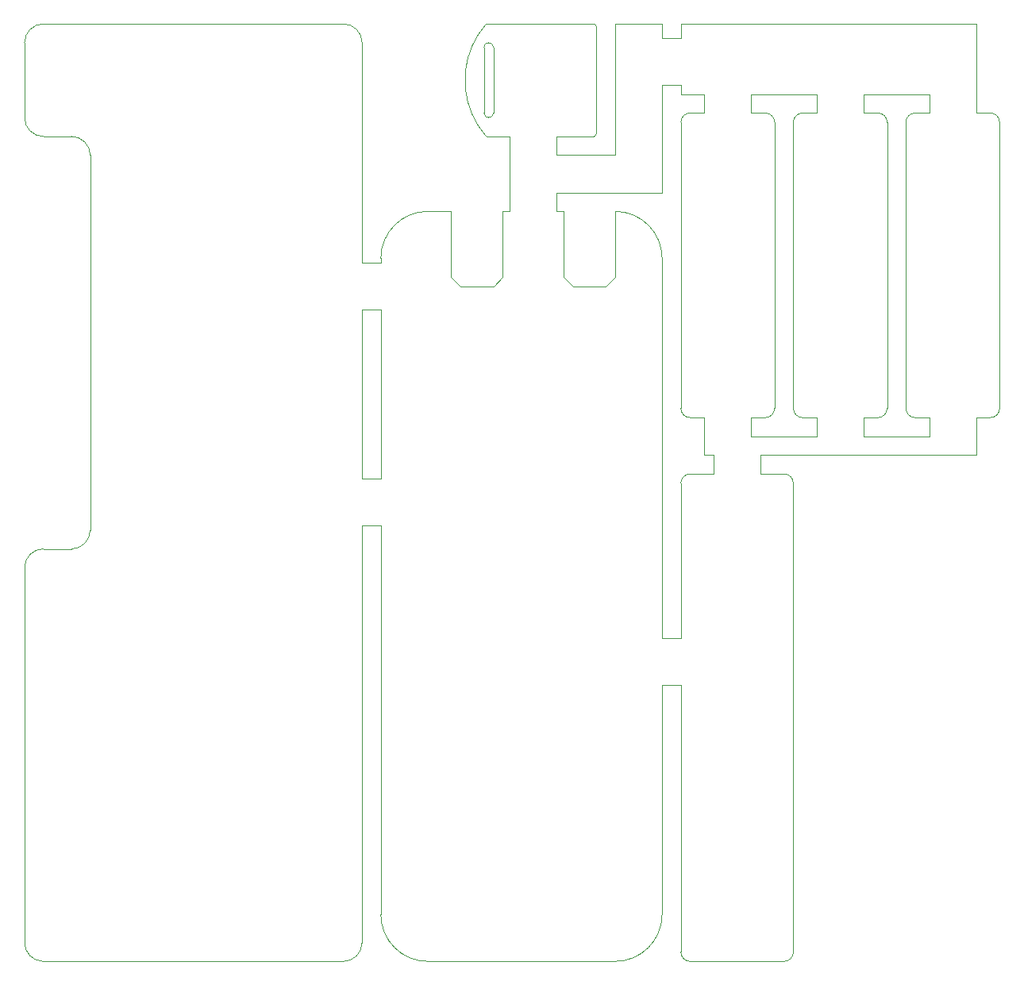
<source format=gbr>
G04 #@! TF.GenerationSoftware,KiCad,Pcbnew,7.0.8*
G04 #@! TF.CreationDate,2023-10-18T02:17:36-07:00*
G04 #@! TF.ProjectId,IotFan,496f7446-616e-42e6-9b69-6361645f7063,rev?*
G04 #@! TF.SameCoordinates,Original*
G04 #@! TF.FileFunction,Profile,NP*
%FSLAX46Y46*%
G04 Gerber Fmt 4.6, Leading zero omitted, Abs format (unit mm)*
G04 Created by KiCad (PCBNEW 7.0.8) date 2023-10-18 02:17:36*
%MOMM*%
%LPD*%
G01*
G04 APERTURE LIST*
G04 #@! TA.AperFunction,Profile*
%ADD10C,0.038100*%
G04 #@! TD*
G04 #@! TA.AperFunction,Profile*
%ADD11C,0.050000*%
G04 #@! TD*
G04 #@! TA.AperFunction,Profile*
%ADD12C,0.120000*%
G04 #@! TD*
G04 #@! TA.AperFunction,Profile*
%ADD13C,0.100000*%
G04 #@! TD*
G04 APERTURE END LIST*
D10*
X142000000Y-49500000D02*
G75*
G03*
X141000000Y-50500000I-1J-999999D01*
G01*
X151000000Y-50500000D02*
G75*
G03*
X150000000Y-49500000I-1000000J0D01*
G01*
X141000000Y-81000000D02*
G75*
G03*
X142000000Y-82000000I999999J-1D01*
G01*
X151000000Y-81000000D02*
X151000000Y-50500000D01*
X142000000Y-82000000D02*
X143000000Y-82000000D01*
X143000000Y-49500000D02*
X142000000Y-49500000D01*
X149000000Y-82000000D02*
X150000000Y-82000000D01*
X141000000Y-50500000D02*
X141000000Y-81000000D01*
X150000000Y-82000000D02*
G75*
G03*
X151000000Y-81000000I0J1000000D01*
G01*
X149000000Y-49500000D02*
X150000000Y-49500000D01*
X130000000Y-49500000D02*
G75*
G03*
X129000000Y-50500000I-1J-999999D01*
G01*
X139000000Y-50500000D02*
G75*
G03*
X138000000Y-49500000I-1000000J0D01*
G01*
X129000000Y-81000000D02*
G75*
G03*
X130000000Y-82000000I999999J-1D01*
G01*
X139000000Y-81000000D02*
X139000000Y-50500000D01*
X130000000Y-82000000D02*
X131000000Y-82000000D01*
X131000000Y-49500000D02*
X130000000Y-49500000D01*
X137000000Y-82000000D02*
X138000000Y-82000000D01*
X129000000Y-50500000D02*
X129000000Y-81000000D01*
X138000000Y-82000000D02*
G75*
G03*
X139000000Y-81000000I0J1000000D01*
G01*
X137000000Y-49500000D02*
X138000000Y-49500000D01*
X136500000Y-84000000D02*
X143500000Y-84000000D01*
X148500000Y-40000000D02*
X148500000Y-48500000D01*
X143500000Y-48500000D02*
X143500000Y-47500000D01*
X143500000Y-47500000D02*
X136500000Y-47500000D01*
X148500000Y-86000000D02*
X148500000Y-83000000D01*
X136500000Y-47500000D02*
X136500000Y-48500000D01*
X136500000Y-83000000D02*
X136500000Y-84000000D01*
X143500000Y-84000000D02*
X143500000Y-83000000D01*
X131500000Y-48500000D02*
X131500000Y-47500000D01*
X131500000Y-84000000D02*
X131500000Y-83000000D01*
X117000000Y-50500000D02*
X117000000Y-81000000D01*
X115000000Y-41000000D02*
X115000000Y-40000000D01*
X117000000Y-47000000D02*
X117000000Y-47500000D01*
X115000000Y-47000000D02*
X115000000Y-58000000D01*
X117000000Y-47500000D02*
X119500000Y-47500000D01*
X119500000Y-47500000D02*
X119500000Y-48500000D01*
X117000000Y-41000000D02*
X117000000Y-40000000D01*
X117000000Y-40000000D02*
X148500000Y-40000000D01*
X124500000Y-47500000D02*
X124500000Y-48500000D01*
X131500000Y-47500000D02*
X124500000Y-47500000D01*
X125000000Y-49500000D02*
X126000000Y-49500000D01*
X125000000Y-82000000D02*
X126000000Y-82000000D01*
X119000000Y-49500000D02*
X118000000Y-49500000D01*
X118000000Y-82000000D02*
X119000000Y-82000000D01*
X127000000Y-81000000D02*
X127000000Y-50500000D01*
X126000000Y-82000000D02*
G75*
G03*
X127000000Y-81000000I0J1000000D01*
G01*
X117000000Y-81000000D02*
G75*
G03*
X118000000Y-82000000I1000000J0D01*
G01*
X127000000Y-50500000D02*
G75*
G03*
X126000000Y-49500000I-1000000J0D01*
G01*
X118000000Y-49500000D02*
G75*
G03*
X117000000Y-50500000I0J-1000000D01*
G01*
X124500000Y-83000000D02*
X124500000Y-84000000D01*
X119500000Y-86000000D02*
X119500000Y-83000000D01*
X120500000Y-87000000D02*
X120500000Y-86000000D01*
X125500000Y-86000000D02*
X148500000Y-86000000D01*
X124500000Y-84000000D02*
X131500000Y-84000000D01*
X125500000Y-86000000D02*
X125500000Y-87000000D01*
X120500000Y-86000000D02*
X119500000Y-86000000D01*
X103750000Y-53000000D02*
X103750000Y-54000000D01*
X103750000Y-58000000D02*
X103750000Y-59000000D01*
X115000000Y-58000000D02*
X103750000Y-58000000D01*
X110000000Y-40000000D02*
X115000000Y-40000000D01*
X110000000Y-54000000D02*
X110000000Y-40000000D01*
X103750000Y-54000000D02*
X110000000Y-54000000D01*
X98750000Y-59000000D02*
X98750000Y-53000000D01*
X85000000Y-94000000D02*
X85000000Y-135000000D01*
X126000000Y-88000000D02*
X128000000Y-88000000D01*
X117000000Y-111000000D02*
X117000000Y-139000000D01*
X83000000Y-94000000D02*
X83000000Y-138000000D01*
X83000000Y-71000000D02*
X83000000Y-88000000D01*
X85000000Y-88000000D02*
X85000000Y-71000000D01*
X97000000Y-42500000D02*
X97000000Y-49500000D01*
X90000000Y-60000000D02*
G75*
G03*
X85000000Y-65000000I0J-5000000D01*
G01*
X92500000Y-60000000D02*
X92500000Y-67000000D01*
X97000000Y-42500000D02*
G75*
G03*
X96000000Y-42500000I-500000J0D01*
G01*
X93500000Y-68000000D02*
X97000000Y-68000000D01*
X110000000Y-67000000D02*
X110000000Y-60000000D01*
X104500000Y-67000000D02*
X105500000Y-68000000D01*
X85000000Y-135000000D02*
G75*
G03*
X90000000Y-140000000I5000000J0D01*
G01*
X90000000Y-60000000D02*
X92500000Y-60000000D01*
X110000000Y-140000000D02*
G75*
G03*
X115000000Y-135000000I0J5000000D01*
G01*
X104500000Y-60000000D02*
X104500000Y-67000000D01*
D11*
X107685000Y-52000000D02*
X104250000Y-52000000D01*
D10*
X109000000Y-68000000D02*
X110000000Y-67000000D01*
X96000000Y-49500000D02*
G75*
G03*
X97000000Y-49500000I500000J0D01*
G01*
X98000000Y-67000000D02*
X98000000Y-60000000D01*
X96250001Y-40000001D02*
G75*
G03*
X94024087Y-45002278I6749999J-5999999D01*
G01*
X94024086Y-45002278D02*
X94024086Y-46997722D01*
X96000000Y-49500000D02*
X96000000Y-42500000D01*
X92500000Y-67000000D02*
X93500000Y-68000000D01*
X94024087Y-46997722D02*
G75*
G03*
X96250001Y-51999999I8975913J997722D01*
G01*
D11*
X104250000Y-60000000D02*
X104500000Y-60000000D01*
D10*
X115000000Y-65000000D02*
G75*
G03*
X110000000Y-60000000I-5000000J0D01*
G01*
X110000000Y-140000000D02*
X90000000Y-140000000D01*
D11*
X96250001Y-51999999D02*
X98250000Y-52000000D01*
D10*
X97000000Y-68000000D02*
X98000000Y-67000000D01*
D11*
X115000000Y-65000000D02*
X115000000Y-105000000D01*
X115000000Y-111000000D02*
X115000000Y-135000000D01*
D10*
X98000000Y-60000000D02*
X98250000Y-60000000D01*
X105500000Y-68000000D02*
X109000000Y-68000000D01*
X54000000Y-54000000D02*
G75*
G03*
X52000000Y-52000000I-2000000J0D01*
G01*
X47000000Y-50000000D02*
X47000000Y-42000000D01*
X49000000Y-40000000D02*
G75*
G03*
X47000000Y-42000000I0J-2000000D01*
G01*
X49000000Y-96000000D02*
G75*
G03*
X47000000Y-98000000I0J-2000000D01*
G01*
X54000000Y-54000000D02*
X54000000Y-94000000D01*
X52000000Y-52000000D02*
X49000000Y-52000000D01*
X81000000Y-140000000D02*
G75*
G03*
X83000000Y-138000000I0J2000000D01*
G01*
X81000000Y-140000000D02*
X49000000Y-140000000D01*
X52000000Y-96000000D02*
G75*
G03*
X54000000Y-94000000I0J2000000D01*
G01*
X49000000Y-40000000D02*
X81000000Y-40000000D01*
X47000000Y-50000000D02*
G75*
G03*
X49000000Y-52000000I2000000J0D01*
G01*
X83000000Y-42000000D02*
X83000000Y-65000000D01*
X83000000Y-42000000D02*
G75*
G03*
X81000000Y-40000000I-2000000J0D01*
G01*
X52000000Y-96000000D02*
X49000000Y-96000000D01*
X47000000Y-138000000D02*
G75*
G03*
X49000000Y-140000000I2000000J0D01*
G01*
X47000000Y-138000000D02*
X47000000Y-98000000D01*
X129000000Y-89000000D02*
G75*
G03*
X128000000Y-88000000I-1000000J0D01*
G01*
X117000000Y-139000000D02*
G75*
G03*
X118000000Y-140000000I1000000J0D01*
G01*
X120000000Y-88000000D02*
X118000000Y-88000000D01*
X117000000Y-89000000D02*
X117000000Y-105000000D01*
X128000000Y-140000000D02*
G75*
G03*
X129000000Y-139000000I0J1000000D01*
G01*
X129000000Y-139000000D02*
X129000000Y-89000000D01*
X118000000Y-140000000D02*
X128000000Y-140000000D01*
X118000000Y-88000000D02*
G75*
G03*
X117000000Y-89000000I0J-1000000D01*
G01*
D12*
X149000000Y-49500000D02*
X148500000Y-49500000D01*
X148500000Y-48500000D02*
X148500000Y-49500000D01*
X143500000Y-49500000D02*
X143500000Y-48500000D01*
X143500000Y-49500000D02*
X143000000Y-49500000D01*
X131000000Y-82000000D02*
X131500000Y-82000000D01*
X131500000Y-83000000D02*
X131500000Y-82000000D01*
X136500000Y-82000000D02*
X136500000Y-83000000D01*
X136500000Y-82000000D02*
X137000000Y-82000000D01*
X143000000Y-82000000D02*
X143500000Y-82000000D01*
X143500000Y-83000000D02*
X143500000Y-82000000D01*
X148500000Y-82000000D02*
X148500000Y-83000000D01*
X148500000Y-82000000D02*
X149000000Y-82000000D01*
X137000000Y-49500000D02*
X136500000Y-49500000D01*
X136500000Y-48500000D02*
X136500000Y-49500000D01*
X131500000Y-49500000D02*
X131500000Y-48500000D01*
X131500000Y-49500000D02*
X131000000Y-49500000D01*
X124500000Y-82000000D02*
X125000000Y-82000000D01*
X124500000Y-82000000D02*
X124500000Y-83000000D01*
X119500000Y-83000000D02*
X119500000Y-82000000D01*
X119000000Y-82000000D02*
X119500000Y-82000000D01*
X115000000Y-47000000D02*
X115000000Y-46500000D01*
X117000000Y-46500000D02*
X117000000Y-47000000D01*
X117000000Y-46500000D02*
X115000000Y-46500000D01*
X115000000Y-41500000D02*
X117000000Y-41500000D01*
X115000000Y-41500000D02*
X115000000Y-41000000D01*
X117000000Y-41000000D02*
X117000000Y-41500000D01*
X125000000Y-49500000D02*
X124500000Y-49500000D01*
X124500000Y-48500000D02*
X124500000Y-49500000D01*
X119500000Y-49500000D02*
X119500000Y-48500000D01*
X119500000Y-49500000D02*
X119000000Y-49500000D01*
X98250000Y-52000000D02*
X98750000Y-52000000D01*
X98750000Y-53000000D02*
X98750000Y-52000000D01*
X103750000Y-52000000D02*
X103750000Y-53000000D01*
X103750000Y-52000000D02*
X104250000Y-52000000D01*
X104250000Y-60000000D02*
X103750000Y-60000000D01*
X103750000Y-59000000D02*
X103750000Y-60000000D01*
X98750000Y-60000000D02*
X98750000Y-59000000D01*
X98750000Y-60000000D02*
X98250000Y-60000000D01*
X120500000Y-88000000D02*
X120500000Y-87000000D01*
X125500000Y-87000000D02*
X125500000Y-88000000D01*
X126000000Y-88000000D02*
X125500000Y-88000000D01*
X120500000Y-88000000D02*
X120000000Y-88000000D01*
X83000000Y-71000000D02*
X83000000Y-70500000D01*
X85000000Y-70500000D02*
X85000000Y-71000000D01*
X85000000Y-70500000D02*
X83000000Y-70500000D01*
X83000000Y-65500000D02*
X85000000Y-65500000D01*
X83000000Y-65500000D02*
X83000000Y-65000000D01*
X85000000Y-65000000D02*
X85000000Y-65500000D01*
X117000000Y-105000000D02*
X117000000Y-105500000D01*
X115000000Y-105500000D02*
X115000000Y-105000000D01*
X115000000Y-105500000D02*
X117000000Y-105500000D01*
X117000000Y-110500000D02*
X115000000Y-110500000D01*
X117000000Y-110500000D02*
X117000000Y-111000000D01*
X115000000Y-111000000D02*
X115000000Y-110500000D01*
X85000000Y-88000000D02*
X85000000Y-88500000D01*
X83000000Y-88500000D02*
X83000000Y-88000000D01*
X83000000Y-88500000D02*
X85000000Y-88500000D01*
X85000000Y-93500000D02*
X83000000Y-93500000D01*
X85000000Y-93500000D02*
X85000000Y-94000000D01*
X83000000Y-94000000D02*
X83000000Y-93500000D01*
D13*
X108000000Y-40315000D02*
G75*
G03*
X107685000Y-40000000I-315000J0D01*
G01*
X107685000Y-52000000D02*
G75*
G03*
X108000000Y-51685000I1J314999D01*
G01*
X107685000Y-40000000D02*
X96250000Y-40000000D01*
X108000000Y-51685000D02*
X108000000Y-40315000D01*
M02*

</source>
